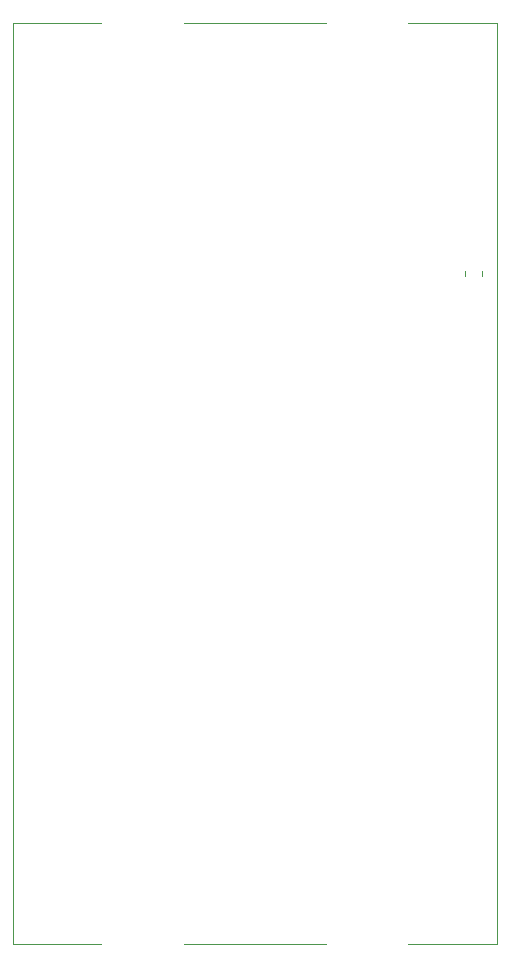
<source format=gbr>
%TF.GenerationSoftware,KiCad,Pcbnew,7.0.7*%
%TF.CreationDate,2024-05-20T18:34:11-04:00*%
%TF.ProjectId,LVPD-board_v2,4c565044-2d62-46f6-9172-645f76322e6b,rev?*%
%TF.SameCoordinates,Original*%
%TF.FileFunction,Legend,Bot*%
%TF.FilePolarity,Positive*%
%FSLAX46Y46*%
G04 Gerber Fmt 4.6, Leading zero omitted, Abs format (unit mm)*
G04 Created by KiCad (PCBNEW 7.0.7) date 2024-05-20 18:34:11*
%MOMM*%
%LPD*%
G01*
G04 APERTURE LIST*
%ADD10C,0.100000*%
%ADD11C,0.120000*%
G04 APERTURE END LIST*
D10*
%TO.C,BAT1*%
X149005000Y-53900000D02*
X149005000Y-131900000D01*
X141505000Y-53900000D02*
X149005000Y-53900000D01*
X122505000Y-53900000D02*
X134505000Y-53900000D01*
X108005000Y-53900000D02*
X115505000Y-53900000D01*
X108005000Y-53900000D02*
X108005000Y-131900000D01*
X149005000Y-131900000D02*
X141505000Y-131900000D01*
X134505000Y-131900000D02*
X122505000Y-131900000D01*
X108005000Y-131900000D02*
X115505000Y-131900000D01*
D11*
%TO.C,R1*%
X146265000Y-75314564D02*
X146265000Y-74860436D01*
X147735000Y-75314564D02*
X147735000Y-74860436D01*
%TD*%
M02*

</source>
